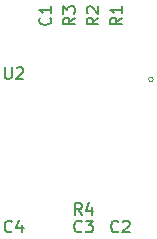
<source format=gbr>
%TF.GenerationSoftware,KiCad,Pcbnew,(6.99.0-1335-gdeb7a0beff)*%
%TF.CreationDate,2022-04-17T14:10:24+02:00*%
%TF.ProjectId,pcb_proto,7063625f-7072-46f7-946f-2e6b69636164,rev?*%
%TF.SameCoordinates,Original*%
%TF.FileFunction,Legend,Top*%
%TF.FilePolarity,Positive*%
%FSLAX46Y46*%
G04 Gerber Fmt 4.6, Leading zero omitted, Abs format (unit mm)*
G04 Created by KiCad (PCBNEW (6.99.0-1335-gdeb7a0beff)) date 2022-04-17 14:10:24*
%MOMM*%
%LPD*%
G01*
G04 APERTURE LIST*
%ADD10C,0.150000*%
%ADD11C,0.100000*%
G04 APERTURE END LIST*
D10*
%TO.C,C4*%
X124333333Y-86857142D02*
X124285714Y-86904761D01*
X124285714Y-86904761D02*
X124142857Y-86952380D01*
X124142857Y-86952380D02*
X124047619Y-86952380D01*
X124047619Y-86952380D02*
X123904762Y-86904761D01*
X123904762Y-86904761D02*
X123809524Y-86809523D01*
X123809524Y-86809523D02*
X123761905Y-86714285D01*
X123761905Y-86714285D02*
X123714286Y-86523809D01*
X123714286Y-86523809D02*
X123714286Y-86380952D01*
X123714286Y-86380952D02*
X123761905Y-86190476D01*
X123761905Y-86190476D02*
X123809524Y-86095238D01*
X123809524Y-86095238D02*
X123904762Y-86000000D01*
X123904762Y-86000000D02*
X124047619Y-85952380D01*
X124047619Y-85952380D02*
X124142857Y-85952380D01*
X124142857Y-85952380D02*
X124285714Y-86000000D01*
X124285714Y-86000000D02*
X124333333Y-86047619D01*
X125190476Y-86285714D02*
X125190476Y-86952380D01*
X124952381Y-85904761D02*
X124714286Y-86619047D01*
X124714286Y-86619047D02*
X125333333Y-86619047D01*
%TO.C,C2*%
X133333333Y-86857142D02*
X133285714Y-86904761D01*
X133285714Y-86904761D02*
X133142857Y-86952380D01*
X133142857Y-86952380D02*
X133047619Y-86952380D01*
X133047619Y-86952380D02*
X132904762Y-86904761D01*
X132904762Y-86904761D02*
X132809524Y-86809523D01*
X132809524Y-86809523D02*
X132761905Y-86714285D01*
X132761905Y-86714285D02*
X132714286Y-86523809D01*
X132714286Y-86523809D02*
X132714286Y-86380952D01*
X132714286Y-86380952D02*
X132761905Y-86190476D01*
X132761905Y-86190476D02*
X132809524Y-86095238D01*
X132809524Y-86095238D02*
X132904762Y-86000000D01*
X132904762Y-86000000D02*
X133047619Y-85952380D01*
X133047619Y-85952380D02*
X133142857Y-85952380D01*
X133142857Y-85952380D02*
X133285714Y-86000000D01*
X133285714Y-86000000D02*
X133333333Y-86047619D01*
X133714286Y-86047619D02*
X133761905Y-86000000D01*
X133761905Y-86000000D02*
X133857143Y-85952380D01*
X133857143Y-85952380D02*
X134095238Y-85952380D01*
X134095238Y-85952380D02*
X134190476Y-86000000D01*
X134190476Y-86000000D02*
X134238095Y-86047619D01*
X134238095Y-86047619D02*
X134285714Y-86142857D01*
X134285714Y-86142857D02*
X134285714Y-86238095D01*
X134285714Y-86238095D02*
X134238095Y-86380952D01*
X134238095Y-86380952D02*
X133666667Y-86952380D01*
X133666667Y-86952380D02*
X134285714Y-86952380D01*
%TO.C,R4*%
X130233333Y-85452380D02*
X129900000Y-84976190D01*
X129661905Y-85452380D02*
X129661905Y-84452380D01*
X129661905Y-84452380D02*
X130042857Y-84452380D01*
X130042857Y-84452380D02*
X130138095Y-84500000D01*
X130138095Y-84500000D02*
X130185714Y-84547619D01*
X130185714Y-84547619D02*
X130233333Y-84642857D01*
X130233333Y-84642857D02*
X130233333Y-84785714D01*
X130233333Y-84785714D02*
X130185714Y-84880952D01*
X130185714Y-84880952D02*
X130138095Y-84928571D01*
X130138095Y-84928571D02*
X130042857Y-84976190D01*
X130042857Y-84976190D02*
X129661905Y-84976190D01*
X131090476Y-84785714D02*
X131090476Y-85452380D01*
X130852381Y-84404761D02*
X130614286Y-85119047D01*
X130614286Y-85119047D02*
X131233333Y-85119047D01*
%TO.C,R2*%
X131652380Y-68766666D02*
X131176190Y-69099999D01*
X131652380Y-69338094D02*
X130652380Y-69338094D01*
X130652380Y-69338094D02*
X130652380Y-68957142D01*
X130652380Y-68957142D02*
X130700000Y-68861904D01*
X130700000Y-68861904D02*
X130747619Y-68814285D01*
X130747619Y-68814285D02*
X130842857Y-68766666D01*
X130842857Y-68766666D02*
X130985714Y-68766666D01*
X130985714Y-68766666D02*
X131080952Y-68814285D01*
X131080952Y-68814285D02*
X131128571Y-68861904D01*
X131128571Y-68861904D02*
X131176190Y-68957142D01*
X131176190Y-68957142D02*
X131176190Y-69338094D01*
X130747619Y-68385713D02*
X130700000Y-68338094D01*
X130700000Y-68338094D02*
X130652380Y-68242856D01*
X130652380Y-68242856D02*
X130652380Y-68004761D01*
X130652380Y-68004761D02*
X130700000Y-67909523D01*
X130700000Y-67909523D02*
X130747619Y-67861904D01*
X130747619Y-67861904D02*
X130842857Y-67814285D01*
X130842857Y-67814285D02*
X130938095Y-67814285D01*
X130938095Y-67814285D02*
X131080952Y-67861904D01*
X131080952Y-67861904D02*
X131652380Y-68433332D01*
X131652380Y-68433332D02*
X131652380Y-67814285D01*
%TO.C,C3*%
X130233333Y-86857142D02*
X130185714Y-86904761D01*
X130185714Y-86904761D02*
X130042857Y-86952380D01*
X130042857Y-86952380D02*
X129947619Y-86952380D01*
X129947619Y-86952380D02*
X129804762Y-86904761D01*
X129804762Y-86904761D02*
X129709524Y-86809523D01*
X129709524Y-86809523D02*
X129661905Y-86714285D01*
X129661905Y-86714285D02*
X129614286Y-86523809D01*
X129614286Y-86523809D02*
X129614286Y-86380952D01*
X129614286Y-86380952D02*
X129661905Y-86190476D01*
X129661905Y-86190476D02*
X129709524Y-86095238D01*
X129709524Y-86095238D02*
X129804762Y-86000000D01*
X129804762Y-86000000D02*
X129947619Y-85952380D01*
X129947619Y-85952380D02*
X130042857Y-85952380D01*
X130042857Y-85952380D02*
X130185714Y-86000000D01*
X130185714Y-86000000D02*
X130233333Y-86047619D01*
X130566667Y-85952380D02*
X131185714Y-85952380D01*
X131185714Y-85952380D02*
X130852381Y-86333333D01*
X130852381Y-86333333D02*
X130995238Y-86333333D01*
X130995238Y-86333333D02*
X131090476Y-86380952D01*
X131090476Y-86380952D02*
X131138095Y-86428571D01*
X131138095Y-86428571D02*
X131185714Y-86523809D01*
X131185714Y-86523809D02*
X131185714Y-86761904D01*
X131185714Y-86761904D02*
X131138095Y-86857142D01*
X131138095Y-86857142D02*
X131090476Y-86904761D01*
X131090476Y-86904761D02*
X130995238Y-86952380D01*
X130995238Y-86952380D02*
X130709524Y-86952380D01*
X130709524Y-86952380D02*
X130614286Y-86904761D01*
X130614286Y-86904761D02*
X130566667Y-86857142D01*
%TO.C,C1*%
X127557142Y-68766666D02*
X127604761Y-68814285D01*
X127604761Y-68814285D02*
X127652380Y-68957142D01*
X127652380Y-68957142D02*
X127652380Y-69052380D01*
X127652380Y-69052380D02*
X127604761Y-69195237D01*
X127604761Y-69195237D02*
X127509523Y-69290475D01*
X127509523Y-69290475D02*
X127414285Y-69338094D01*
X127414285Y-69338094D02*
X127223809Y-69385713D01*
X127223809Y-69385713D02*
X127080952Y-69385713D01*
X127080952Y-69385713D02*
X126890476Y-69338094D01*
X126890476Y-69338094D02*
X126795238Y-69290475D01*
X126795238Y-69290475D02*
X126700000Y-69195237D01*
X126700000Y-69195237D02*
X126652380Y-69052380D01*
X126652380Y-69052380D02*
X126652380Y-68957142D01*
X126652380Y-68957142D02*
X126700000Y-68814285D01*
X126700000Y-68814285D02*
X126747619Y-68766666D01*
X127652380Y-67814285D02*
X127652380Y-68385713D01*
X127652380Y-68099999D02*
X126652380Y-68099999D01*
X126652380Y-68099999D02*
X126795238Y-68195237D01*
X126795238Y-68195237D02*
X126890476Y-68290475D01*
X126890476Y-68290475D02*
X126938095Y-68385713D01*
%TO.C,R1*%
X133652380Y-68766666D02*
X133176190Y-69099999D01*
X133652380Y-69338094D02*
X132652380Y-69338094D01*
X132652380Y-69338094D02*
X132652380Y-68957142D01*
X132652380Y-68957142D02*
X132700000Y-68861904D01*
X132700000Y-68861904D02*
X132747619Y-68814285D01*
X132747619Y-68814285D02*
X132842857Y-68766666D01*
X132842857Y-68766666D02*
X132985714Y-68766666D01*
X132985714Y-68766666D02*
X133080952Y-68814285D01*
X133080952Y-68814285D02*
X133128571Y-68861904D01*
X133128571Y-68861904D02*
X133176190Y-68957142D01*
X133176190Y-68957142D02*
X133176190Y-69338094D01*
X133652380Y-67814285D02*
X133652380Y-68385713D01*
X133652380Y-68099999D02*
X132652380Y-68099999D01*
X132652380Y-68099999D02*
X132795238Y-68195237D01*
X132795238Y-68195237D02*
X132890476Y-68290475D01*
X132890476Y-68290475D02*
X132938095Y-68385713D01*
%TO.C,U2*%
X123738095Y-72952380D02*
X123738095Y-73761904D01*
X123738095Y-73761904D02*
X123785714Y-73857142D01*
X123785714Y-73857142D02*
X123833333Y-73904761D01*
X123833333Y-73904761D02*
X123928571Y-73952380D01*
X123928571Y-73952380D02*
X124119047Y-73952380D01*
X124119047Y-73952380D02*
X124214285Y-73904761D01*
X124214285Y-73904761D02*
X124261904Y-73857142D01*
X124261904Y-73857142D02*
X124309523Y-73761904D01*
X124309523Y-73761904D02*
X124309523Y-72952380D01*
X124738095Y-73047619D02*
X124785714Y-73000000D01*
X124785714Y-73000000D02*
X124880952Y-72952380D01*
X124880952Y-72952380D02*
X125119047Y-72952380D01*
X125119047Y-72952380D02*
X125214285Y-73000000D01*
X125214285Y-73000000D02*
X125261904Y-73047619D01*
X125261904Y-73047619D02*
X125309523Y-73142857D01*
X125309523Y-73142857D02*
X125309523Y-73238095D01*
X125309523Y-73238095D02*
X125261904Y-73380952D01*
X125261904Y-73380952D02*
X124690476Y-73952380D01*
X124690476Y-73952380D02*
X125309523Y-73952380D01*
%TO.C,R3*%
X129652380Y-68766666D02*
X129176190Y-69099999D01*
X129652380Y-69338094D02*
X128652380Y-69338094D01*
X128652380Y-69338094D02*
X128652380Y-68957142D01*
X128652380Y-68957142D02*
X128700000Y-68861904D01*
X128700000Y-68861904D02*
X128747619Y-68814285D01*
X128747619Y-68814285D02*
X128842857Y-68766666D01*
X128842857Y-68766666D02*
X128985714Y-68766666D01*
X128985714Y-68766666D02*
X129080952Y-68814285D01*
X129080952Y-68814285D02*
X129128571Y-68861904D01*
X129128571Y-68861904D02*
X129176190Y-68957142D01*
X129176190Y-68957142D02*
X129176190Y-69338094D01*
X128652380Y-68433332D02*
X128652380Y-67814285D01*
X128652380Y-67814285D02*
X129033333Y-68147618D01*
X129033333Y-68147618D02*
X129033333Y-68004761D01*
X129033333Y-68004761D02*
X129080952Y-67909523D01*
X129080952Y-67909523D02*
X129128571Y-67861904D01*
X129128571Y-67861904D02*
X129223809Y-67814285D01*
X129223809Y-67814285D02*
X129461904Y-67814285D01*
X129461904Y-67814285D02*
X129557142Y-67861904D01*
X129557142Y-67861904D02*
X129604761Y-67909523D01*
X129604761Y-67909523D02*
X129652380Y-68004761D01*
X129652380Y-68004761D02*
X129652380Y-68290475D01*
X129652380Y-68290475D02*
X129604761Y-68385713D01*
X129604761Y-68385713D02*
X129557142Y-68433332D01*
D11*
%TO.C,U2*%
X136300000Y-74000000D02*
G75*
G03*
X136300000Y-74000000I-200000J0D01*
G01*
%TD*%
M02*

</source>
